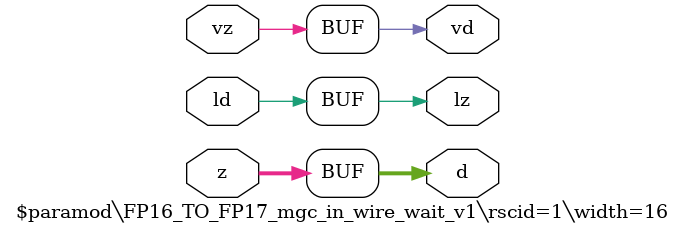
<source format=v>
module \$paramod\FP16_TO_FP17_mgc_in_wire_wait_v1\rscid=1\width=16 (ld, vd, d, lz, vz, z);
  (* src = "./vmod/vlibs/HLS_fp16_to_fp17.v:14" *)
  output [15:0] d;
  (* src = "./vmod/vlibs/HLS_fp16_to_fp17.v:12" *)
  input ld;
  (* src = "./vmod/vlibs/HLS_fp16_to_fp17.v:15" *)
  output lz;
  (* src = "./vmod/vlibs/HLS_fp16_to_fp17.v:13" *)
  output vd;
  (* src = "./vmod/vlibs/HLS_fp16_to_fp17.v:16" *)
  input vz;
  (* src = "./vmod/vlibs/HLS_fp16_to_fp17.v:17" *)
  input [15:0] z;
  assign d = z;
  assign lz = ld;
  assign vd = vz;
endmodule

</source>
